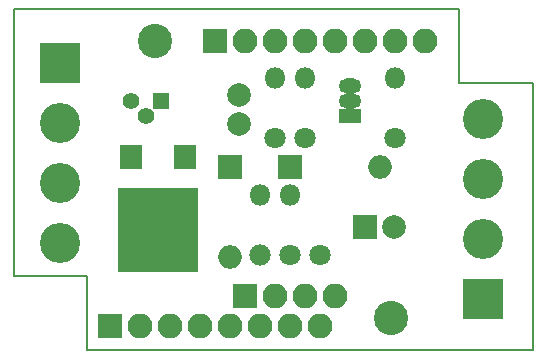
<source format=gts>
G04 #@! TF.FileFunction,Soldermask,Top*
%FSLAX46Y46*%
G04 Gerber Fmt 4.6, Leading zero omitted, Abs format (unit mm)*
G04 Created by KiCad (PCBNEW 4.0.7) date 07/23/18 00:18:49*
%MOMM*%
%LPD*%
G01*
G04 APERTURE LIST*
%ADD10C,0.100000*%
%ADD11C,0.150000*%
%ADD12R,2.000000X2.000000*%
%ADD13C,2.000000*%
%ADD14C,1.400000*%
%ADD15R,1.400000X1.400000*%
%ADD16C,3.400000*%
%ADD17R,3.400000X3.400000*%
%ADD18O,2.000000X2.000000*%
%ADD19O,1.900000X1.300000*%
%ADD20R,1.900000X1.300000*%
%ADD21R,1.900000X2.000000*%
%ADD22R,6.900000X7.100000*%
%ADD23R,2.100000X2.100000*%
%ADD24O,2.100000X2.100000*%
%ADD25C,2.900000*%
%ADD26C,1.800000*%
%ADD27O,1.800000X1.800000*%
G04 APERTURE END LIST*
D10*
D11*
X140462000Y-106299000D02*
X140462000Y-83693000D01*
X146685000Y-106299000D02*
X140462000Y-106299000D01*
X146685000Y-112522000D02*
X146685000Y-106299000D01*
X184404000Y-112522000D02*
X146685000Y-112522000D01*
X184404000Y-89916000D02*
X184404000Y-112522000D01*
X178181000Y-89916000D02*
X184404000Y-89916000D01*
X178181000Y-83693000D02*
X178181000Y-89916000D01*
X140462000Y-83693000D02*
X178181000Y-83693000D01*
D12*
X170180000Y-102108000D03*
D13*
X172680000Y-102108000D03*
D14*
X151638000Y-92710000D03*
X150368000Y-91440000D03*
D15*
X152908000Y-91440000D03*
D16*
X144399000Y-93345000D03*
X144399000Y-98425000D03*
D17*
X144399000Y-88265000D03*
D16*
X144399000Y-103505000D03*
D13*
X159512000Y-90932000D03*
X159512000Y-93432000D03*
D12*
X163830000Y-97028000D03*
D18*
X171450000Y-97028000D03*
D12*
X158750000Y-97028000D03*
D18*
X158750000Y-104648000D03*
D16*
X180213000Y-103124000D03*
X180213000Y-98044000D03*
D17*
X180213000Y-108204000D03*
D16*
X180213000Y-92964000D03*
D19*
X168910000Y-91440000D03*
X168910000Y-90170000D03*
D20*
X168910000Y-92710000D03*
D21*
X154940000Y-96240000D03*
X150340000Y-96240000D03*
D22*
X152640000Y-102390000D03*
D23*
X157480000Y-86360000D03*
D24*
X160020000Y-86360000D03*
X162560000Y-86360000D03*
X165100000Y-86360000D03*
X167640000Y-86360000D03*
X170180000Y-86360000D03*
X172720000Y-86360000D03*
X175260000Y-86360000D03*
D23*
X148590000Y-110490000D03*
D24*
X151130000Y-110490000D03*
X153670000Y-110490000D03*
X156210000Y-110490000D03*
X158750000Y-110490000D03*
X161290000Y-110490000D03*
X163830000Y-110490000D03*
X166370000Y-110490000D03*
D23*
X160020000Y-107950000D03*
D24*
X162560000Y-107950000D03*
X165100000Y-107950000D03*
X167640000Y-107950000D03*
D25*
X152405080Y-86357460D03*
X172399960Y-109862620D03*
D26*
X166370000Y-104521000D03*
D27*
X161290000Y-104521000D03*
D26*
X172720000Y-94615000D03*
D27*
X172720000Y-89535000D03*
D26*
X163830000Y-104521000D03*
D27*
X163830000Y-99441000D03*
D26*
X165100000Y-94615000D03*
D27*
X165100000Y-89535000D03*
D26*
X161290000Y-104521000D03*
D27*
X161290000Y-99441000D03*
D26*
X162560000Y-94615000D03*
D27*
X162560000Y-89535000D03*
M02*

</source>
